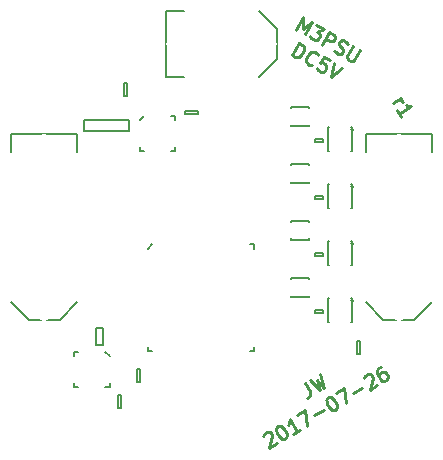
<source format=gto>
G04 #@! TF.GenerationSoftware,KiCad,Pcbnew,no-vcs-found-d3b382c~59~ubuntu16.04.1*
G04 #@! TF.CreationDate,2017-07-27T00:58:26+01:00*
G04 #@! TF.ProjectId,DCDC-5V,444344432D35562E6B696361645F7063,1*
G04 #@! TF.SameCoordinates,Original
G04 #@! TF.FileFunction,Legend,Top*
G04 #@! TF.FilePolarity,Positive*
%FSLAX46Y46*%
G04 Gerber Fmt 4.6, Leading zero omitted, Abs format (unit mm)*
G04 Created by KiCad (PCBNEW no-vcs-found-d3b382c~59~ubuntu16.04.1) date Thu Jul 27 00:58:26 2017*
%MOMM*%
%LPD*%
G01*
G04 APERTURE LIST*
%ADD10C,0.250000*%
%ADD11C,0.150000*%
%ADD12R,0.702000X0.702000*%
%ADD13R,0.250000X0.700000*%
%ADD14R,0.700000X0.250000*%
%ADD15R,0.620000X0.620000*%
%ADD16R,3.400000X0.980000*%
%ADD17R,0.740000X2.920000*%
%ADD18C,1.200000*%
%ADD19R,2.920000X0.740000*%
%ADD20R,0.400000X0.850000*%
%ADD21R,0.400000X0.455000*%
%ADD22R,1.050000X1.100000*%
%ADD23R,1.000000X0.950000*%
%ADD24R,1.450000X1.150000*%
%ADD25R,1.150000X1.450000*%
%ADD26C,0.620000*%
%ADD27C,0.100000*%
%ADD28R,1.702000X1.702000*%
%ADD29R,0.250000X0.600000*%
%ADD30R,0.600000X0.250000*%
%ADD31R,0.500000X1.600000*%
%ADD32R,0.300000X0.250000*%
%ADD33R,1.100000X0.670000*%
%ADD34R,0.620000X0.200000*%
%ADD35C,1.000000*%
G04 APERTURE END LIST*
D10*
X114501300Y-89477326D02*
X115194120Y-89077326D01*
X114996172Y-89191611D02*
X115123717Y-89183956D01*
X115201776Y-89204871D01*
X115308406Y-89275274D01*
X115365549Y-89374249D01*
X115187014Y-90665018D02*
X114844157Y-90071172D01*
X115015586Y-90368095D02*
X116054816Y-89768095D01*
X115849212Y-89754835D01*
X115693095Y-89713003D01*
X115586465Y-89642600D01*
X107063544Y-113150364D02*
X107492115Y-113892671D01*
X107528342Y-114069704D01*
X107486511Y-114225822D01*
X107366621Y-114361023D01*
X107267646Y-114418166D01*
X107459441Y-112921793D02*
X108306877Y-113818166D01*
X108076254Y-112961573D01*
X108702774Y-113589594D01*
X108350210Y-112407507D01*
X103543380Y-117681833D02*
X103564296Y-117603775D01*
X103634699Y-117497145D01*
X103882134Y-117354287D01*
X104009680Y-117346632D01*
X104087739Y-117367547D01*
X104194369Y-117437950D01*
X104251512Y-117536925D01*
X104287739Y-117713958D01*
X104036750Y-118650661D01*
X104680083Y-118279232D01*
X104723416Y-116868573D02*
X104822391Y-116811430D01*
X104949936Y-116803775D01*
X105027995Y-116824690D01*
X105134625Y-116895093D01*
X105298398Y-117064470D01*
X105441255Y-117311906D01*
X105506054Y-117538426D01*
X105513709Y-117665972D01*
X105492794Y-117744031D01*
X105422391Y-117850661D01*
X105323416Y-117907804D01*
X105195871Y-117915459D01*
X105117812Y-117894544D01*
X105011182Y-117824141D01*
X104847409Y-117654763D01*
X104704552Y-117407328D01*
X104639753Y-117180807D01*
X104632098Y-117053262D01*
X104653013Y-116975203D01*
X104723416Y-116868573D01*
X106659570Y-117136375D02*
X106065724Y-117479232D01*
X106362647Y-117307804D02*
X105762647Y-116268573D01*
X105749387Y-116474177D01*
X105707555Y-116630295D01*
X105637152Y-116736925D01*
X106405980Y-115897145D02*
X107098800Y-115497145D01*
X107253416Y-116793518D01*
X107866126Y-115911906D02*
X108657921Y-115454763D01*
X108979313Y-114411430D02*
X109078287Y-114354287D01*
X109205833Y-114346632D01*
X109283891Y-114367547D01*
X109390521Y-114437950D01*
X109554294Y-114607328D01*
X109697151Y-114854763D01*
X109761950Y-115081283D01*
X109769606Y-115208829D01*
X109748690Y-115286888D01*
X109678287Y-115393518D01*
X109579313Y-115450661D01*
X109451767Y-115458316D01*
X109373708Y-115437401D01*
X109267078Y-115366998D01*
X109103305Y-115197621D01*
X108960448Y-114950185D01*
X108895650Y-114723665D01*
X108887994Y-114596119D01*
X108908910Y-114518060D01*
X108979313Y-114411430D01*
X109672133Y-114011430D02*
X110364953Y-113611430D01*
X110519569Y-114907804D01*
X111132279Y-114026192D02*
X111924074Y-113569049D01*
X112055173Y-112767547D02*
X112076088Y-112689489D01*
X112146491Y-112582859D01*
X112393927Y-112440002D01*
X112521473Y-112432346D01*
X112599531Y-112453262D01*
X112706161Y-112523665D01*
X112763304Y-112622639D01*
X112799531Y-112799672D01*
X112548543Y-113736375D01*
X113191876Y-113364946D01*
X113482645Y-111811430D02*
X113284696Y-111925716D01*
X113214293Y-112032346D01*
X113193377Y-112110405D01*
X113180117Y-112316009D01*
X113244916Y-112542529D01*
X113473487Y-112938426D01*
X113580117Y-113008829D01*
X113658176Y-113029745D01*
X113785722Y-113022089D01*
X113983670Y-112907804D01*
X114054073Y-112801174D01*
X114074989Y-112723115D01*
X114067333Y-112595569D01*
X113924476Y-112348133D01*
X113817846Y-112277730D01*
X113739788Y-112256815D01*
X113612242Y-112264470D01*
X113414293Y-112378756D01*
X113343890Y-112485386D01*
X113322974Y-112563445D01*
X113330630Y-112690991D01*
X106340943Y-83271737D02*
X106940943Y-82232507D01*
X106858782Y-83174814D01*
X107633764Y-82632507D01*
X107033764Y-83671737D01*
X108029661Y-82861078D02*
X108672994Y-83232507D01*
X108098013Y-83428404D01*
X108246474Y-83514118D01*
X108316877Y-83620748D01*
X108337793Y-83698807D01*
X108330137Y-83826353D01*
X108187280Y-84073789D01*
X108080650Y-84144192D01*
X108002591Y-84165107D01*
X107875046Y-84157452D01*
X107578123Y-83986023D01*
X107507720Y-83879393D01*
X107486804Y-83801334D01*
X108518379Y-84528880D02*
X109118379Y-83489650D01*
X109514276Y-83718221D01*
X109584679Y-83824851D01*
X109605595Y-83902910D01*
X109597939Y-84030455D01*
X109512225Y-84178917D01*
X109405595Y-84249320D01*
X109327536Y-84270236D01*
X109199990Y-84262580D01*
X108804093Y-84034008D01*
X109536693Y-85050822D02*
X109656583Y-85186023D01*
X109904019Y-85328880D01*
X110031565Y-85336536D01*
X110109624Y-85315620D01*
X110216254Y-85245217D01*
X110273397Y-85146243D01*
X110281052Y-85018697D01*
X110260137Y-84940639D01*
X110189734Y-84834008D01*
X110020356Y-84670236D01*
X109949953Y-84563606D01*
X109929038Y-84485547D01*
X109936693Y-84358001D01*
X109993836Y-84259027D01*
X110100466Y-84188624D01*
X110178525Y-84167708D01*
X110306071Y-84175364D01*
X110553506Y-84318221D01*
X110673397Y-84453423D01*
X111147352Y-84661078D02*
X110661638Y-85502360D01*
X110653983Y-85629906D01*
X110674898Y-85707964D01*
X110745301Y-85814594D01*
X110943250Y-85928880D01*
X111070796Y-85936536D01*
X111148854Y-85915620D01*
X111255484Y-85845217D01*
X111741198Y-85003935D01*
X105984020Y-85432804D02*
X106584020Y-84393573D01*
X106831456Y-84536430D01*
X106951346Y-84671632D01*
X106993177Y-84827749D01*
X106985522Y-84955295D01*
X106920723Y-85181815D01*
X106835009Y-85330276D01*
X106671236Y-85499653D01*
X106564606Y-85570056D01*
X106408489Y-85611888D01*
X106231456Y-85575661D01*
X105984020Y-85432804D01*
X107674239Y-86276686D02*
X107596181Y-86297602D01*
X107419148Y-86261375D01*
X107320174Y-86204232D01*
X107200284Y-86069031D01*
X107158452Y-85912914D01*
X107166108Y-85785368D01*
X107230906Y-85558848D01*
X107316621Y-85410386D01*
X107480393Y-85241009D01*
X107587023Y-85170606D01*
X107743141Y-85128775D01*
X107920174Y-85165002D01*
X108019148Y-85222145D01*
X108139038Y-85357346D01*
X108159954Y-85435405D01*
X109157353Y-85879287D02*
X108662481Y-85593573D01*
X108327280Y-86059873D01*
X108405338Y-86038958D01*
X108532884Y-86046613D01*
X108780320Y-86189470D01*
X108850723Y-86296100D01*
X108871638Y-86374159D01*
X108863983Y-86501705D01*
X108721126Y-86749141D01*
X108614496Y-86819544D01*
X108536437Y-86840459D01*
X108408891Y-86832804D01*
X108161455Y-86689946D01*
X108091053Y-86583316D01*
X108070137Y-86505258D01*
X109503763Y-86079287D02*
X109250173Y-87318518D01*
X110196583Y-86479287D01*
D11*
X93745000Y-110455000D02*
X93745000Y-110105000D01*
X94095000Y-110455000D02*
X93745000Y-110455000D01*
X102745000Y-110455000D02*
X102745000Y-110105000D01*
X102395000Y-110455000D02*
X102745000Y-110455000D01*
X102745000Y-101455000D02*
X102745000Y-101805000D01*
X102395000Y-101455000D02*
X102745000Y-101455000D01*
X93745000Y-101805000D02*
X94095000Y-101455000D01*
X88325000Y-91870000D02*
X88325000Y-90880000D01*
X88325000Y-90880000D02*
X92175000Y-90880000D01*
X92175000Y-90880000D02*
X92175000Y-91870000D01*
X92175000Y-91870000D02*
X88325000Y-91870000D01*
X96810000Y-81715000D02*
X95310000Y-81715000D01*
X95310000Y-81715000D02*
X95310000Y-87285000D01*
X95310000Y-87285000D02*
X96810000Y-87285000D01*
X103190000Y-87285000D02*
X104690000Y-85785000D01*
X104690000Y-85785000D02*
X104690000Y-83215000D01*
X104690000Y-83215000D02*
X103190000Y-81715000D01*
X117785000Y-93635000D02*
X117785000Y-92135000D01*
X117785000Y-92135000D02*
X112215000Y-92135000D01*
X112215000Y-92135000D02*
X112215000Y-93635000D01*
X112215000Y-106365000D02*
X113715000Y-107865000D01*
X113715000Y-107865000D02*
X116285000Y-107865000D01*
X116285000Y-107865000D02*
X117785000Y-106365000D01*
X87785000Y-93635000D02*
X87785000Y-92135000D01*
X87785000Y-92135000D02*
X82215000Y-92135000D01*
X82215000Y-92135000D02*
X82215000Y-93635000D01*
X82215000Y-106365000D02*
X83715000Y-107865000D01*
X83715000Y-107865000D02*
X86285000Y-107865000D01*
X86285000Y-107865000D02*
X87785000Y-106365000D01*
X111174868Y-106215000D02*
G75*
G03X111174868Y-106215000I-94868J0D01*
G01*
X110975000Y-106025000D02*
X111050000Y-106025000D01*
X111050000Y-108025000D02*
X110975000Y-108025000D01*
X109125000Y-108025000D02*
X109050000Y-108025000D01*
X109050000Y-106025000D02*
X109125000Y-106025000D01*
X109050000Y-108025000D02*
X109050000Y-106025000D01*
X111050000Y-106025000D02*
X111050000Y-108025000D01*
X107925000Y-107025000D02*
X108575000Y-107025000D01*
X107925000Y-107275000D02*
X107925000Y-107025000D01*
X108575000Y-107275000D02*
X107925000Y-107275000D01*
X108575000Y-107025000D02*
X108575000Y-107275000D01*
X107925000Y-102200000D02*
X108575000Y-102200000D01*
X107925000Y-102450000D02*
X107925000Y-102200000D01*
X108575000Y-102450000D02*
X107925000Y-102450000D01*
X108575000Y-102200000D02*
X108575000Y-102450000D01*
X108575000Y-97375000D02*
X108575000Y-97625000D01*
X108575000Y-97625000D02*
X107925000Y-97625000D01*
X107925000Y-97625000D02*
X107925000Y-97375000D01*
X107925000Y-97375000D02*
X108575000Y-97375000D01*
X108575000Y-92550000D02*
X108575000Y-92800000D01*
X108575000Y-92800000D02*
X107925000Y-92800000D01*
X107925000Y-92800000D02*
X107925000Y-92550000D01*
X107925000Y-92550000D02*
X108575000Y-92550000D01*
X111174868Y-101394000D02*
G75*
G03X111174868Y-101394000I-94868J0D01*
G01*
X110975000Y-101204000D02*
X111050000Y-101204000D01*
X111050000Y-103204000D02*
X110975000Y-103204000D01*
X109125000Y-103204000D02*
X109050000Y-103204000D01*
X109050000Y-101204000D02*
X109125000Y-101204000D01*
X109050000Y-103204000D02*
X109050000Y-101204000D01*
X111050000Y-101204000D02*
X111050000Y-103204000D01*
X111050000Y-96379000D02*
X111050000Y-98379000D01*
X109050000Y-98379000D02*
X109050000Y-96379000D01*
X109050000Y-96379000D02*
X109125000Y-96379000D01*
X109125000Y-98379000D02*
X109050000Y-98379000D01*
X111050000Y-98379000D02*
X110975000Y-98379000D01*
X110975000Y-96379000D02*
X111050000Y-96379000D01*
X111174868Y-96569000D02*
G75*
G03X111174868Y-96569000I-94868J0D01*
G01*
X111174868Y-91740000D02*
G75*
G03X111174868Y-91740000I-94868J0D01*
G01*
X110975000Y-91550000D02*
X111050000Y-91550000D01*
X111050000Y-93550000D02*
X110975000Y-93550000D01*
X109125000Y-93550000D02*
X109050000Y-93550000D01*
X109050000Y-91550000D02*
X109125000Y-91550000D01*
X109050000Y-93550000D02*
X109050000Y-91550000D01*
X111050000Y-91550000D02*
X111050000Y-93550000D01*
X98025000Y-90400000D02*
X96925000Y-90400000D01*
X98025000Y-90150000D02*
X98025000Y-90400000D01*
X96925000Y-90150000D02*
X98025000Y-90150000D01*
X96925000Y-90400000D02*
X96925000Y-90150000D01*
X91750000Y-87750000D02*
X92000000Y-87750000D01*
X92000000Y-87750000D02*
X92000000Y-88850000D01*
X92000000Y-88850000D02*
X91750000Y-88850000D01*
X91750000Y-88850000D02*
X91750000Y-87750000D01*
X91250000Y-114200000D02*
X91500000Y-114200000D01*
X91500000Y-114200000D02*
X91500000Y-115300000D01*
X91500000Y-115300000D02*
X91250000Y-115300000D01*
X91250000Y-115300000D02*
X91250000Y-114200000D01*
X93075000Y-112000000D02*
X93075000Y-113100000D01*
X92825000Y-112000000D02*
X93075000Y-112000000D01*
X92825000Y-113100000D02*
X92825000Y-112000000D01*
X93075000Y-113100000D02*
X92825000Y-113100000D01*
X93100000Y-93575000D02*
X93100000Y-93225000D01*
X93450000Y-93575000D02*
X93100000Y-93575000D01*
X96100000Y-93575000D02*
X96100000Y-93225000D01*
X95750000Y-93575000D02*
X96100000Y-93575000D01*
X96100000Y-90575000D02*
X96100000Y-90925000D01*
X95750000Y-90575000D02*
X96100000Y-90575000D01*
X93100000Y-90925000D02*
X93450000Y-90575000D01*
X90174307Y-110525693D02*
X90524307Y-110875693D01*
X90524307Y-113175693D02*
X90524307Y-113525693D01*
X90524307Y-113525693D02*
X90174307Y-113525693D01*
X87524307Y-113175693D02*
X87524307Y-113525693D01*
X87524307Y-113525693D02*
X87874307Y-113525693D01*
X87524307Y-110875693D02*
X87524307Y-110525693D01*
X87524307Y-110525693D02*
X87874307Y-110525693D01*
X89374307Y-109950693D02*
X89374307Y-108500693D01*
X89974307Y-109950693D02*
X89374307Y-109950693D01*
X89974307Y-108500693D02*
X89974307Y-109950693D01*
X89374307Y-108500693D02*
X89974307Y-108500693D01*
X107450000Y-105800000D02*
X107450000Y-105900000D01*
X105850000Y-105900000D02*
X105850000Y-105800000D01*
X105850000Y-104400000D02*
X105850000Y-104300000D01*
X107450000Y-104300000D02*
X107450000Y-104400000D01*
X105850000Y-105900000D02*
X107450000Y-105900000D01*
X105850000Y-104300000D02*
X107450000Y-104300000D01*
X107450000Y-100940000D02*
X107450000Y-101040000D01*
X105850000Y-101040000D02*
X105850000Y-100940000D01*
X105850000Y-99540000D02*
X105850000Y-99440000D01*
X107450000Y-99440000D02*
X107450000Y-99540000D01*
X105850000Y-101040000D02*
X107450000Y-101040000D01*
X105850000Y-99440000D02*
X107450000Y-99440000D01*
X105850000Y-94640000D02*
X107450000Y-94640000D01*
X105850000Y-96240000D02*
X107450000Y-96240000D01*
X107450000Y-94640000D02*
X107450000Y-94740000D01*
X105850000Y-94740000D02*
X105850000Y-94640000D01*
X105850000Y-96240000D02*
X105850000Y-96140000D01*
X107450000Y-96140000D02*
X107450000Y-96240000D01*
X105850000Y-89800000D02*
X107450000Y-89800000D01*
X105850000Y-91400000D02*
X107450000Y-91400000D01*
X107450000Y-89800000D02*
X107450000Y-89900000D01*
X105850000Y-89900000D02*
X105850000Y-89800000D01*
X105850000Y-91400000D02*
X105850000Y-91300000D01*
X107450000Y-91300000D02*
X107450000Y-91400000D01*
X111475000Y-109625000D02*
X111725000Y-109625000D01*
X111725000Y-109625000D02*
X111725000Y-110725000D01*
X111725000Y-110725000D02*
X111475000Y-110725000D01*
X111475000Y-110725000D02*
X111475000Y-109625000D01*
%LPC*%
D12*
X100845000Y-108555000D03*
X100845000Y-107255000D03*
X100845000Y-105955000D03*
X100845000Y-104655000D03*
X100845000Y-103355000D03*
X99545000Y-108555000D03*
X99545000Y-107255000D03*
X99545000Y-105955000D03*
X99545000Y-104655000D03*
X99545000Y-103355000D03*
X98245000Y-108555000D03*
X98245000Y-107255000D03*
X98245000Y-105955000D03*
X98245000Y-104655000D03*
X98245000Y-103355000D03*
X96945000Y-108555000D03*
X96945000Y-107255000D03*
X96945000Y-105955000D03*
X96945000Y-104655000D03*
X96945000Y-103355000D03*
X95645000Y-108555000D03*
X95645000Y-107255000D03*
X95645000Y-105955000D03*
X95645000Y-104655000D03*
X95645000Y-103355000D03*
D13*
X94495000Y-101555000D03*
X94995000Y-101555000D03*
X95495000Y-101555000D03*
X95995000Y-101555000D03*
X96495000Y-101555000D03*
X96995000Y-101555000D03*
X97495000Y-101555000D03*
X97995000Y-101555000D03*
X98495000Y-101555000D03*
X98995000Y-101555000D03*
X99495000Y-101555000D03*
X99995000Y-101555000D03*
X100495000Y-101555000D03*
X100995000Y-101555000D03*
X101495000Y-101555000D03*
X101995000Y-101555000D03*
D14*
X102645000Y-102205000D03*
X102645000Y-102705000D03*
X102645000Y-103205000D03*
X102645000Y-103705000D03*
X102645000Y-104205000D03*
X102645000Y-104705000D03*
X102645000Y-105205000D03*
X102645000Y-105705000D03*
X102645000Y-106205000D03*
X102645000Y-106705000D03*
X102645000Y-107205000D03*
X102645000Y-107705000D03*
X102645000Y-108205000D03*
X102645000Y-108705000D03*
X102645000Y-109205000D03*
X102645000Y-109705000D03*
D13*
X101995000Y-110355000D03*
X101495000Y-110355000D03*
X100995000Y-110355000D03*
X100495000Y-110355000D03*
X99995000Y-110355000D03*
X99495000Y-110355000D03*
X98995000Y-110355000D03*
X98495000Y-110355000D03*
X97995000Y-110355000D03*
X97495000Y-110355000D03*
X96995000Y-110355000D03*
X96495000Y-110355000D03*
X95995000Y-110355000D03*
X95495000Y-110355000D03*
X94995000Y-110355000D03*
X94495000Y-110355000D03*
D14*
X93845000Y-109705000D03*
X93845000Y-109205000D03*
X93845000Y-108705000D03*
X93845000Y-108205000D03*
X93845000Y-107705000D03*
X93845000Y-107205000D03*
X93845000Y-106705000D03*
X93845000Y-106205000D03*
X93845000Y-105705000D03*
X93845000Y-105205000D03*
X93845000Y-104705000D03*
X93845000Y-104205000D03*
X93845000Y-103705000D03*
X93845000Y-103205000D03*
X93845000Y-102705000D03*
X93845000Y-102205000D03*
D15*
X107100000Y-103850000D03*
X106200000Y-103850000D03*
D16*
X90250000Y-92560000D03*
X90250000Y-90190000D03*
D17*
X97460000Y-86215000D03*
X97460000Y-82785000D03*
X98730000Y-86215000D03*
X98730000Y-82785000D03*
X100000000Y-86215000D03*
X100000000Y-82785000D03*
X101270000Y-86215000D03*
X101270000Y-82785000D03*
X102540000Y-86215000D03*
X102540000Y-82785000D03*
D18*
X115000000Y-107305000D03*
X115000000Y-92695000D03*
D19*
X113285000Y-94285000D03*
X116715000Y-94285000D03*
X113285000Y-95555000D03*
X116715000Y-95555000D03*
X113285000Y-96825000D03*
X116715000Y-96825000D03*
X113285000Y-98095000D03*
X116715000Y-98095000D03*
X113285000Y-99365000D03*
X116715000Y-99365000D03*
X113285000Y-100635000D03*
X116715000Y-100635000D03*
X113285000Y-101905000D03*
X116715000Y-101905000D03*
X113285000Y-103175000D03*
X116715000Y-103175000D03*
X113285000Y-104445000D03*
X116715000Y-104445000D03*
X113285000Y-105715000D03*
X116715000Y-105715000D03*
D18*
X85000000Y-107305000D03*
X85000000Y-92695000D03*
D19*
X83285000Y-94285000D03*
X86715000Y-94285000D03*
X83285000Y-95555000D03*
X86715000Y-95555000D03*
X83285000Y-96825000D03*
X86715000Y-96825000D03*
X83285000Y-98095000D03*
X86715000Y-98095000D03*
X83285000Y-99365000D03*
X86715000Y-99365000D03*
X83285000Y-100635000D03*
X86715000Y-100635000D03*
X83285000Y-101905000D03*
X86715000Y-101905000D03*
X83285000Y-103175000D03*
X86715000Y-103175000D03*
X83285000Y-104445000D03*
X86715000Y-104445000D03*
X83285000Y-105715000D03*
X86715000Y-105715000D03*
D18*
X104130000Y-84500000D03*
X95870000Y-84500000D03*
D15*
X92850000Y-106925000D03*
X92850000Y-107825000D03*
X100975000Y-100400000D03*
X100075000Y-100400000D03*
X92850000Y-109700000D03*
X92850000Y-108800000D03*
X103750000Y-106350000D03*
X103750000Y-107250000D03*
X98700000Y-111575000D03*
X98700000Y-112475000D03*
X103650000Y-109325000D03*
X104550000Y-109325000D03*
X96850000Y-112475000D03*
X96850000Y-111575000D03*
X104550000Y-110275000D03*
X103650000Y-110275000D03*
X95925000Y-112475000D03*
X95925000Y-111575000D03*
X97775000Y-112475000D03*
X97775000Y-111575000D03*
X99625000Y-112475000D03*
X99625000Y-111575000D03*
X109800000Y-104350000D03*
X110700000Y-104350000D03*
X109800000Y-99525000D03*
X110700000Y-99525000D03*
X109800000Y-94700000D03*
X110700000Y-94700000D03*
X109800000Y-89875000D03*
X110700000Y-89875000D03*
X110700000Y-105275000D03*
X109800000Y-105275000D03*
X110700000Y-100450000D03*
X109800000Y-100450000D03*
X110700000Y-95625000D03*
X109800000Y-95625000D03*
X110700000Y-90800000D03*
X109800000Y-90800000D03*
D20*
X109400000Y-107121000D03*
D21*
X109400000Y-107947500D03*
X109400000Y-106102500D03*
X110050000Y-107947500D03*
X110700000Y-107947500D03*
X110700000Y-106102500D03*
D22*
X110375000Y-107025000D03*
D21*
X110050000Y-106102500D03*
D23*
X108250000Y-107950000D03*
X108250000Y-106350000D03*
X108250000Y-103125000D03*
X108250000Y-101525000D03*
X108250000Y-96700000D03*
X108250000Y-98300000D03*
X108250000Y-91875000D03*
X108250000Y-93475000D03*
D20*
X109400000Y-102300000D03*
D21*
X109400000Y-103126500D03*
X109400000Y-101281500D03*
X110050000Y-103126500D03*
X110700000Y-103126500D03*
X110700000Y-101281500D03*
D22*
X110375000Y-102204000D03*
D21*
X110050000Y-101281500D03*
X110050000Y-96456500D03*
D22*
X110375000Y-97379000D03*
D21*
X110700000Y-96456500D03*
X110700000Y-98301500D03*
X110050000Y-98301500D03*
X109400000Y-96456500D03*
X109400000Y-98301500D03*
D20*
X109400000Y-97475000D03*
X109400000Y-92646000D03*
D21*
X109400000Y-93472500D03*
X109400000Y-91627500D03*
X110050000Y-93472500D03*
X110700000Y-93472500D03*
X110700000Y-91627500D03*
D22*
X110375000Y-92550000D03*
D21*
X110050000Y-91627500D03*
D24*
X97475000Y-89375000D03*
X97475000Y-91175000D03*
D15*
X96975000Y-92600000D03*
X97875000Y-92600000D03*
X97875000Y-93800000D03*
X96975000Y-93800000D03*
D25*
X90975000Y-88300000D03*
X92775000Y-88300000D03*
X90475000Y-114750000D03*
X92275000Y-114750000D03*
D15*
X89250000Y-115250000D03*
X89250000Y-114350000D03*
D26*
X86406802Y-113306802D03*
D27*
G36*
X86845208Y-113306802D02*
X86406802Y-113745208D01*
X85968396Y-113306802D01*
X86406802Y-112868396D01*
X86845208Y-113306802D01*
X86845208Y-113306802D01*
G37*
D26*
X87043198Y-113943198D03*
D27*
G36*
X87481604Y-113943198D02*
X87043198Y-114381604D01*
X86604792Y-113943198D01*
X87043198Y-113504792D01*
X87481604Y-113943198D01*
X87481604Y-113943198D01*
G37*
D25*
X92050000Y-112550000D03*
X93850000Y-112550000D03*
D28*
X94600000Y-92075000D03*
D29*
X93850000Y-90675000D03*
X94350000Y-90675000D03*
X94850000Y-90675000D03*
X95350000Y-90675000D03*
D30*
X96000000Y-91325000D03*
X96000000Y-91825000D03*
X96000000Y-92325000D03*
X96000000Y-92825000D03*
D29*
X95350000Y-93475000D03*
X94850000Y-93475000D03*
X94350000Y-93475000D03*
X93850000Y-93475000D03*
D30*
X93200000Y-92825000D03*
X93200000Y-92325000D03*
X93200000Y-91825000D03*
X93200000Y-91325000D03*
D29*
X89774307Y-110625693D03*
X89274307Y-110625693D03*
X88774307Y-110625693D03*
X88274307Y-110625693D03*
D30*
X87624307Y-111275693D03*
X87624307Y-111775693D03*
X87624307Y-112275693D03*
X87624307Y-112775693D03*
D29*
X88274307Y-113425693D03*
X88774307Y-113425693D03*
X89274307Y-113425693D03*
X89774307Y-113425693D03*
D30*
X90424307Y-112775693D03*
X90424307Y-112275693D03*
X90424307Y-111775693D03*
X90424307Y-111275693D03*
D28*
X89024307Y-112025693D03*
D31*
X90424307Y-109225693D03*
X88924307Y-109225693D03*
D15*
X95000000Y-112325000D03*
X95000000Y-111425000D03*
D32*
X107350000Y-104600000D03*
X107350000Y-105100000D03*
X107350000Y-105600000D03*
D33*
X106650000Y-105310000D03*
D34*
X106590000Y-104600000D03*
D32*
X105950000Y-104600000D03*
X105950000Y-105100000D03*
X105950000Y-105600000D03*
X107350000Y-99740000D03*
X107350000Y-100240000D03*
X107350000Y-100740000D03*
D33*
X106650000Y-100450000D03*
D34*
X106590000Y-99740000D03*
D32*
X105950000Y-99740000D03*
X105950000Y-100240000D03*
X105950000Y-100740000D03*
X105950000Y-95940000D03*
X105950000Y-95440000D03*
X105950000Y-94940000D03*
D34*
X106590000Y-94940000D03*
D33*
X106650000Y-95650000D03*
D32*
X107350000Y-95940000D03*
X107350000Y-95440000D03*
X107350000Y-94940000D03*
X105950000Y-91100000D03*
X105950000Y-90600000D03*
X105950000Y-90100000D03*
D34*
X106590000Y-90100000D03*
D33*
X106650000Y-90810000D03*
D32*
X107350000Y-91100000D03*
X107350000Y-90600000D03*
X107350000Y-90100000D03*
D15*
X106200000Y-99000000D03*
X107100000Y-99000000D03*
X107100000Y-94200000D03*
X106200000Y-94200000D03*
X106200000Y-89350000D03*
X107100000Y-89350000D03*
D35*
X100200000Y-91600000D03*
X101700000Y-90350000D03*
X106450000Y-86750000D03*
X112525000Y-90225000D03*
D25*
X110700000Y-110175000D03*
X112500000Y-110175000D03*
M02*

</source>
